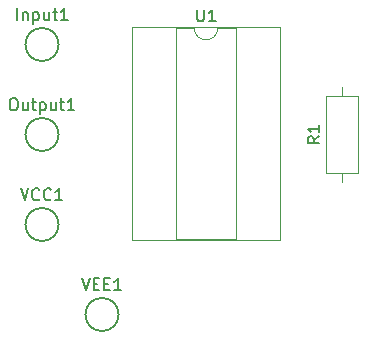
<source format=gbr>
%TF.GenerationSoftware,KiCad,Pcbnew,7.0.7*%
%TF.CreationDate,2023-08-20T03:56:38-07:00*%
%TF.ProjectId,Trial1,54726961-6c31-42e6-9b69-6361645f7063,rev?*%
%TF.SameCoordinates,Original*%
%TF.FileFunction,Legend,Top*%
%TF.FilePolarity,Positive*%
%FSLAX46Y46*%
G04 Gerber Fmt 4.6, Leading zero omitted, Abs format (unit mm)*
G04 Created by KiCad (PCBNEW 7.0.7) date 2023-08-20 03:56:38*
%MOMM*%
%LPD*%
G01*
G04 APERTURE LIST*
%ADD10C,0.150000*%
%ADD11C,0.120000*%
G04 APERTURE END LIST*
D10*
X129968095Y-88494819D02*
X129968095Y-89304342D01*
X129968095Y-89304342D02*
X130015714Y-89399580D01*
X130015714Y-89399580D02*
X130063333Y-89447200D01*
X130063333Y-89447200D02*
X130158571Y-89494819D01*
X130158571Y-89494819D02*
X130349047Y-89494819D01*
X130349047Y-89494819D02*
X130444285Y-89447200D01*
X130444285Y-89447200D02*
X130491904Y-89399580D01*
X130491904Y-89399580D02*
X130539523Y-89304342D01*
X130539523Y-89304342D02*
X130539523Y-88494819D01*
X131539523Y-89494819D02*
X130968095Y-89494819D01*
X131253809Y-89494819D02*
X131253809Y-88494819D01*
X131253809Y-88494819D02*
X131158571Y-88637676D01*
X131158571Y-88637676D02*
X131063333Y-88732914D01*
X131063333Y-88732914D02*
X130968095Y-88780533D01*
X140324819Y-99226666D02*
X139848628Y-99559999D01*
X140324819Y-99798094D02*
X139324819Y-99798094D01*
X139324819Y-99798094D02*
X139324819Y-99417142D01*
X139324819Y-99417142D02*
X139372438Y-99321904D01*
X139372438Y-99321904D02*
X139420057Y-99274285D01*
X139420057Y-99274285D02*
X139515295Y-99226666D01*
X139515295Y-99226666D02*
X139658152Y-99226666D01*
X139658152Y-99226666D02*
X139753390Y-99274285D01*
X139753390Y-99274285D02*
X139801009Y-99321904D01*
X139801009Y-99321904D02*
X139848628Y-99417142D01*
X139848628Y-99417142D02*
X139848628Y-99798094D01*
X140324819Y-98274285D02*
X140324819Y-98845713D01*
X140324819Y-98559999D02*
X139324819Y-98559999D01*
X139324819Y-98559999D02*
X139467676Y-98655237D01*
X139467676Y-98655237D02*
X139562914Y-98750475D01*
X139562914Y-98750475D02*
X139610533Y-98845713D01*
X120205714Y-111254819D02*
X120539047Y-112254819D01*
X120539047Y-112254819D02*
X120872380Y-111254819D01*
X121205714Y-111731009D02*
X121539047Y-111731009D01*
X121681904Y-112254819D02*
X121205714Y-112254819D01*
X121205714Y-112254819D02*
X121205714Y-111254819D01*
X121205714Y-111254819D02*
X121681904Y-111254819D01*
X122110476Y-111731009D02*
X122443809Y-111731009D01*
X122586666Y-112254819D02*
X122110476Y-112254819D01*
X122110476Y-112254819D02*
X122110476Y-111254819D01*
X122110476Y-111254819D02*
X122586666Y-111254819D01*
X123539047Y-112254819D02*
X122967619Y-112254819D01*
X123253333Y-112254819D02*
X123253333Y-111254819D01*
X123253333Y-111254819D02*
X123158095Y-111397676D01*
X123158095Y-111397676D02*
X123062857Y-111492914D01*
X123062857Y-111492914D02*
X122967619Y-111540533D01*
X115030476Y-103634819D02*
X115363809Y-104634819D01*
X115363809Y-104634819D02*
X115697142Y-103634819D01*
X116601904Y-104539580D02*
X116554285Y-104587200D01*
X116554285Y-104587200D02*
X116411428Y-104634819D01*
X116411428Y-104634819D02*
X116316190Y-104634819D01*
X116316190Y-104634819D02*
X116173333Y-104587200D01*
X116173333Y-104587200D02*
X116078095Y-104491961D01*
X116078095Y-104491961D02*
X116030476Y-104396723D01*
X116030476Y-104396723D02*
X115982857Y-104206247D01*
X115982857Y-104206247D02*
X115982857Y-104063390D01*
X115982857Y-104063390D02*
X116030476Y-103872914D01*
X116030476Y-103872914D02*
X116078095Y-103777676D01*
X116078095Y-103777676D02*
X116173333Y-103682438D01*
X116173333Y-103682438D02*
X116316190Y-103634819D01*
X116316190Y-103634819D02*
X116411428Y-103634819D01*
X116411428Y-103634819D02*
X116554285Y-103682438D01*
X116554285Y-103682438D02*
X116601904Y-103730057D01*
X117601904Y-104539580D02*
X117554285Y-104587200D01*
X117554285Y-104587200D02*
X117411428Y-104634819D01*
X117411428Y-104634819D02*
X117316190Y-104634819D01*
X117316190Y-104634819D02*
X117173333Y-104587200D01*
X117173333Y-104587200D02*
X117078095Y-104491961D01*
X117078095Y-104491961D02*
X117030476Y-104396723D01*
X117030476Y-104396723D02*
X116982857Y-104206247D01*
X116982857Y-104206247D02*
X116982857Y-104063390D01*
X116982857Y-104063390D02*
X117030476Y-103872914D01*
X117030476Y-103872914D02*
X117078095Y-103777676D01*
X117078095Y-103777676D02*
X117173333Y-103682438D01*
X117173333Y-103682438D02*
X117316190Y-103634819D01*
X117316190Y-103634819D02*
X117411428Y-103634819D01*
X117411428Y-103634819D02*
X117554285Y-103682438D01*
X117554285Y-103682438D02*
X117601904Y-103730057D01*
X118554285Y-104634819D02*
X117982857Y-104634819D01*
X118268571Y-104634819D02*
X118268571Y-103634819D01*
X118268571Y-103634819D02*
X118173333Y-103777676D01*
X118173333Y-103777676D02*
X118078095Y-103872914D01*
X118078095Y-103872914D02*
X117982857Y-103920533D01*
X114339999Y-96014819D02*
X114530475Y-96014819D01*
X114530475Y-96014819D02*
X114625713Y-96062438D01*
X114625713Y-96062438D02*
X114720951Y-96157676D01*
X114720951Y-96157676D02*
X114768570Y-96348152D01*
X114768570Y-96348152D02*
X114768570Y-96681485D01*
X114768570Y-96681485D02*
X114720951Y-96871961D01*
X114720951Y-96871961D02*
X114625713Y-96967200D01*
X114625713Y-96967200D02*
X114530475Y-97014819D01*
X114530475Y-97014819D02*
X114339999Y-97014819D01*
X114339999Y-97014819D02*
X114244761Y-96967200D01*
X114244761Y-96967200D02*
X114149523Y-96871961D01*
X114149523Y-96871961D02*
X114101904Y-96681485D01*
X114101904Y-96681485D02*
X114101904Y-96348152D01*
X114101904Y-96348152D02*
X114149523Y-96157676D01*
X114149523Y-96157676D02*
X114244761Y-96062438D01*
X114244761Y-96062438D02*
X114339999Y-96014819D01*
X115625713Y-96348152D02*
X115625713Y-97014819D01*
X115197142Y-96348152D02*
X115197142Y-96871961D01*
X115197142Y-96871961D02*
X115244761Y-96967200D01*
X115244761Y-96967200D02*
X115339999Y-97014819D01*
X115339999Y-97014819D02*
X115482856Y-97014819D01*
X115482856Y-97014819D02*
X115578094Y-96967200D01*
X115578094Y-96967200D02*
X115625713Y-96919580D01*
X115959047Y-96348152D02*
X116339999Y-96348152D01*
X116101904Y-96014819D02*
X116101904Y-96871961D01*
X116101904Y-96871961D02*
X116149523Y-96967200D01*
X116149523Y-96967200D02*
X116244761Y-97014819D01*
X116244761Y-97014819D02*
X116339999Y-97014819D01*
X116673333Y-96348152D02*
X116673333Y-97348152D01*
X116673333Y-96395771D02*
X116768571Y-96348152D01*
X116768571Y-96348152D02*
X116959047Y-96348152D01*
X116959047Y-96348152D02*
X117054285Y-96395771D01*
X117054285Y-96395771D02*
X117101904Y-96443390D01*
X117101904Y-96443390D02*
X117149523Y-96538628D01*
X117149523Y-96538628D02*
X117149523Y-96824342D01*
X117149523Y-96824342D02*
X117101904Y-96919580D01*
X117101904Y-96919580D02*
X117054285Y-96967200D01*
X117054285Y-96967200D02*
X116959047Y-97014819D01*
X116959047Y-97014819D02*
X116768571Y-97014819D01*
X116768571Y-97014819D02*
X116673333Y-96967200D01*
X118006666Y-96348152D02*
X118006666Y-97014819D01*
X117578095Y-96348152D02*
X117578095Y-96871961D01*
X117578095Y-96871961D02*
X117625714Y-96967200D01*
X117625714Y-96967200D02*
X117720952Y-97014819D01*
X117720952Y-97014819D02*
X117863809Y-97014819D01*
X117863809Y-97014819D02*
X117959047Y-96967200D01*
X117959047Y-96967200D02*
X118006666Y-96919580D01*
X118340000Y-96348152D02*
X118720952Y-96348152D01*
X118482857Y-96014819D02*
X118482857Y-96871961D01*
X118482857Y-96871961D02*
X118530476Y-96967200D01*
X118530476Y-96967200D02*
X118625714Y-97014819D01*
X118625714Y-97014819D02*
X118720952Y-97014819D01*
X119578095Y-97014819D02*
X119006667Y-97014819D01*
X119292381Y-97014819D02*
X119292381Y-96014819D01*
X119292381Y-96014819D02*
X119197143Y-96157676D01*
X119197143Y-96157676D02*
X119101905Y-96252914D01*
X119101905Y-96252914D02*
X119006667Y-96300533D01*
X114720952Y-89394819D02*
X114720952Y-88394819D01*
X115197142Y-88728152D02*
X115197142Y-89394819D01*
X115197142Y-88823390D02*
X115244761Y-88775771D01*
X115244761Y-88775771D02*
X115339999Y-88728152D01*
X115339999Y-88728152D02*
X115482856Y-88728152D01*
X115482856Y-88728152D02*
X115578094Y-88775771D01*
X115578094Y-88775771D02*
X115625713Y-88871009D01*
X115625713Y-88871009D02*
X115625713Y-89394819D01*
X116101904Y-88728152D02*
X116101904Y-89728152D01*
X116101904Y-88775771D02*
X116197142Y-88728152D01*
X116197142Y-88728152D02*
X116387618Y-88728152D01*
X116387618Y-88728152D02*
X116482856Y-88775771D01*
X116482856Y-88775771D02*
X116530475Y-88823390D01*
X116530475Y-88823390D02*
X116578094Y-88918628D01*
X116578094Y-88918628D02*
X116578094Y-89204342D01*
X116578094Y-89204342D02*
X116530475Y-89299580D01*
X116530475Y-89299580D02*
X116482856Y-89347200D01*
X116482856Y-89347200D02*
X116387618Y-89394819D01*
X116387618Y-89394819D02*
X116197142Y-89394819D01*
X116197142Y-89394819D02*
X116101904Y-89347200D01*
X117435237Y-88728152D02*
X117435237Y-89394819D01*
X117006666Y-88728152D02*
X117006666Y-89251961D01*
X117006666Y-89251961D02*
X117054285Y-89347200D01*
X117054285Y-89347200D02*
X117149523Y-89394819D01*
X117149523Y-89394819D02*
X117292380Y-89394819D01*
X117292380Y-89394819D02*
X117387618Y-89347200D01*
X117387618Y-89347200D02*
X117435237Y-89299580D01*
X117768571Y-88728152D02*
X118149523Y-88728152D01*
X117911428Y-88394819D02*
X117911428Y-89251961D01*
X117911428Y-89251961D02*
X117959047Y-89347200D01*
X117959047Y-89347200D02*
X118054285Y-89394819D01*
X118054285Y-89394819D02*
X118149523Y-89394819D01*
X119006666Y-89394819D02*
X118435238Y-89394819D01*
X118720952Y-89394819D02*
X118720952Y-88394819D01*
X118720952Y-88394819D02*
X118625714Y-88537676D01*
X118625714Y-88537676D02*
X118530476Y-88632914D01*
X118530476Y-88632914D02*
X118435238Y-88680533D01*
D11*
%TO.C,U1*%
X129730000Y-90040000D02*
G75*
G03*
X131730000Y-90040000I1000000J0D01*
G01*
X124495000Y-89980000D02*
X124495000Y-108000000D01*
X129730000Y-90040000D02*
X128195000Y-90040000D01*
X124495000Y-108000000D02*
X136965000Y-108000000D01*
X136965000Y-108000000D02*
X136965000Y-89980000D01*
X128195000Y-90040000D02*
X128195000Y-107940000D01*
X133265000Y-107940000D02*
X133265000Y-90040000D01*
X128195000Y-107940000D02*
X133265000Y-107940000D01*
X136965000Y-89980000D02*
X124495000Y-89980000D01*
X133265000Y-90040000D02*
X131730000Y-90040000D01*
%TO.C,R1*%
X142240000Y-95020000D02*
X142240000Y-95790000D01*
X142240000Y-103100000D02*
X142240000Y-102330000D01*
X140870000Y-102330000D02*
X143610000Y-102330000D01*
X143610000Y-95790000D02*
X140870000Y-95790000D01*
X143610000Y-102330000D02*
X143610000Y-95790000D01*
X140870000Y-95790000D02*
X140870000Y-102330000D01*
D10*
%TO.C,VEE1*%
X123320000Y-114300000D02*
G75*
G03*
X123320000Y-114300000I-1400000J0D01*
G01*
%TO.C,VCC1*%
X118240000Y-106680000D02*
G75*
G03*
X118240000Y-106680000I-1400000J0D01*
G01*
%TO.C,Output1*%
X118240000Y-99060000D02*
G75*
G03*
X118240000Y-99060000I-1400000J0D01*
G01*
%TO.C,Input1*%
X118240000Y-91440000D02*
G75*
G03*
X118240000Y-91440000I-1400000J0D01*
G01*
%TD*%
M02*

</source>
